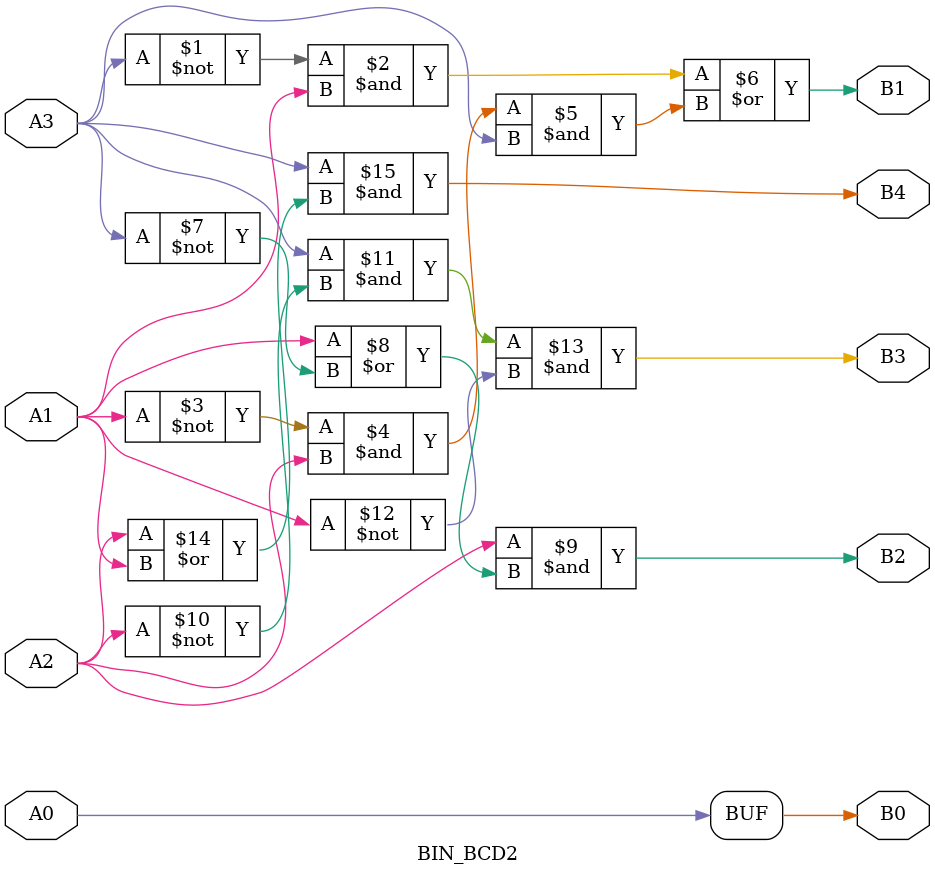
<source format=v>
module BIN_BCD2(
	input A0, A1, A2, A3,
	output B0, B1, B2, B3, B4
);



		assign B0 = A0;
		assign B1 = (~A3 & A1) | (~A1 & A2 & A3);
		assign B2 = A2 & (A1 | ~A3);
		assign B3 = A3 & ~A2 & ~A1;
		assign B4 = A3 & (A2 | A1);
	
	endmodule
	
</source>
